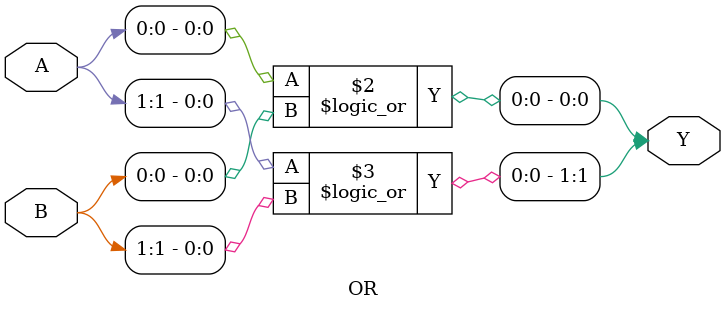
<source format=v>
module OR(
	input [1:0] A, B,
	output reg [1:0] Y
);

always @*
begin
    Y[0] = A[0] || B[0];
    Y[1] = A[1] || B[1];
end

endmodule
</source>
